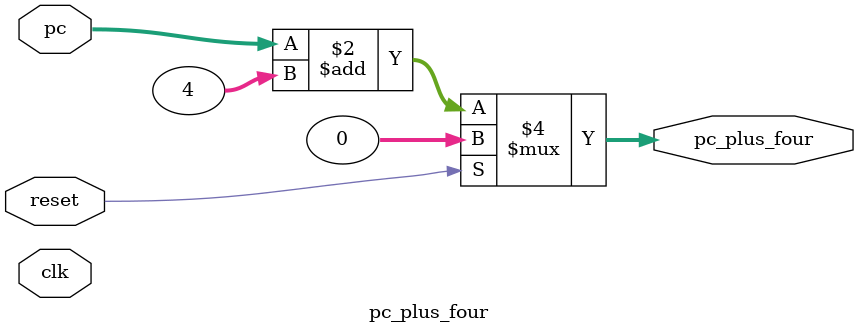
<source format=v>


`timescale 1ns / 1ps



module pc_plus_four(output reg[31:0] pc_plus_four, input clk,reset,input [31:0] pc);

    always@(*)
	begin
        if(reset)
        	pc_plus_four<=0;
        else 
        pc_plus_four<=pc+4;
	end
       
endmodule

</source>
